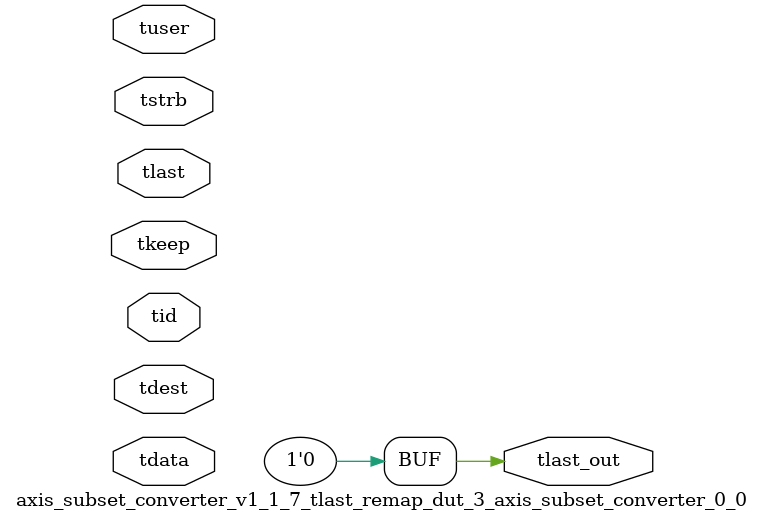
<source format=v>


`timescale 1ps/1ps

module axis_subset_converter_v1_1_7_tlast_remap_dut_3_axis_subset_converter_0_0 #
(
parameter C_S_AXIS_TID_WIDTH   = 1,
parameter C_S_AXIS_TUSER_WIDTH = 0,
parameter C_S_AXIS_TDATA_WIDTH = 0,
parameter C_S_AXIS_TDEST_WIDTH = 0
)
(
input  [(C_S_AXIS_TID_WIDTH   == 0 ? 1 : C_S_AXIS_TID_WIDTH)-1:0       ] tid,
input  [(C_S_AXIS_TDATA_WIDTH == 0 ? 1 : C_S_AXIS_TDATA_WIDTH)-1:0     ] tdata,
input  [(C_S_AXIS_TUSER_WIDTH == 0 ? 1 : C_S_AXIS_TUSER_WIDTH)-1:0     ] tuser,
input  [(C_S_AXIS_TDEST_WIDTH == 0 ? 1 : C_S_AXIS_TDEST_WIDTH)-1:0     ] tdest,
input  [(C_S_AXIS_TDATA_WIDTH/8)-1:0 ] tkeep,
input  [(C_S_AXIS_TDATA_WIDTH/8)-1:0 ] tstrb,
input  [0:0]                                                             tlast,
output                                                                   tlast_out
);

assign tlast_out = {1'b0};

endmodule


</source>
